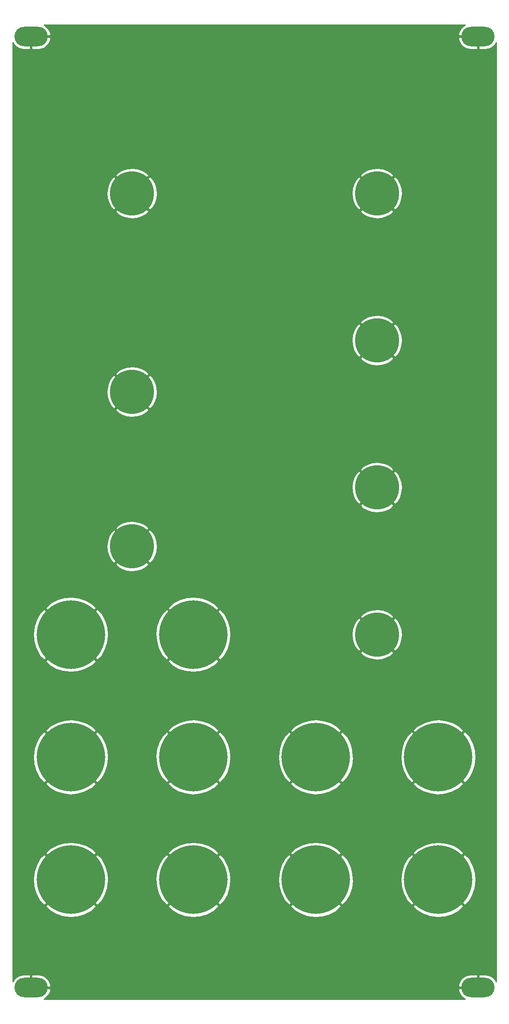
<source format=gbr>
%TF.GenerationSoftware,KiCad,Pcbnew,5.1.8-db9833491~88~ubuntu20.04.1*%
%TF.CreationDate,2020-12-01T08:28:05-05:00*%
%TF.ProjectId,mfos_vco_panel,6d666f73-5f76-4636-9f5f-70616e656c2e,rev?*%
%TF.SameCoordinates,Original*%
%TF.FileFunction,Copper,L1,Top*%
%TF.FilePolarity,Positive*%
%FSLAX46Y46*%
G04 Gerber Fmt 4.6, Leading zero omitted, Abs format (unit mm)*
G04 Created by KiCad (PCBNEW 5.1.8-db9833491~88~ubuntu20.04.1) date 2020-12-01 08:28:05*
%MOMM*%
%LPD*%
G01*
G04 APERTURE LIST*
%TA.AperFunction,ComponentPad*%
%ADD10C,14.000000*%
%TD*%
%TA.AperFunction,ComponentPad*%
%ADD11C,9.000000*%
%TD*%
%TA.AperFunction,ComponentPad*%
%ADD12O,6.800000X4.000000*%
%TD*%
%TA.AperFunction,Conductor*%
%ADD13C,0.254000*%
%TD*%
%TA.AperFunction,Conductor*%
%ADD14C,0.100000*%
%TD*%
G04 APERTURE END LIST*
D10*
%TO.P,H21,1*%
%TO.N,GND*%
X92500000Y-110000000D03*
%TD*%
D11*
%TO.P,H20,1*%
%TO.N,GND*%
X155000000Y-50000000D03*
%TD*%
D10*
%TO.P,H19,1*%
%TO.N,GND*%
X167500000Y-160000000D03*
%TD*%
D11*
%TO.P,H18,1*%
%TO.N,GND*%
X155000000Y-80000000D03*
%TD*%
D12*
%TO.P,H17,1*%
%TO.N,GND*%
X84400000Y12000000D03*
%TD*%
D10*
%TO.P,H16,1*%
%TO.N,GND*%
X117500000Y-160000000D03*
%TD*%
%TO.P,H15,1*%
%TO.N,GND*%
X167500000Y-135000000D03*
%TD*%
D11*
%TO.P,H14,1*%
%TO.N,GND*%
X105000000Y-60500000D03*
%TD*%
D12*
%TO.P,H13,1*%
%TO.N,GND*%
X175600000Y-182000000D03*
%TD*%
D10*
%TO.P,H12,1*%
%TO.N,GND*%
X92500000Y-160000000D03*
%TD*%
%TO.P,H11,1*%
%TO.N,GND*%
X142500000Y-160000000D03*
%TD*%
D11*
%TO.P,H10,1*%
%TO.N,GND*%
X155000000Y-20000000D03*
%TD*%
D12*
%TO.P,H9,1*%
%TO.N,GND*%
X84400000Y-182000000D03*
%TD*%
D10*
%TO.P,H8,1*%
%TO.N,GND*%
X142500000Y-135000000D03*
%TD*%
%TO.P,H7,1*%
%TO.N,GND*%
X92500000Y-135000000D03*
%TD*%
D11*
%TO.P,H6,1*%
%TO.N,GND*%
X155000000Y-110000000D03*
%TD*%
D12*
%TO.P,H5,1*%
%TO.N,GND*%
X175600000Y12000000D03*
%TD*%
D10*
%TO.P,H4,1*%
%TO.N,GND*%
X117500000Y-135000000D03*
%TD*%
%TO.P,H3,1*%
%TO.N,GND*%
X117500000Y-110000000D03*
%TD*%
D11*
%TO.P,H2,1*%
%TO.N,GND*%
X105000000Y-92000000D03*
%TD*%
%TO.P,H1,1*%
%TO.N,GND*%
X105000000Y-20000000D03*
%TD*%
D13*
%TO.N,GND*%
X172630475Y14120365D02*
X172246970Y13773424D01*
X171938519Y13358331D01*
X171716975Y12891038D01*
X171620333Y12537162D01*
X171727009Y12127000D01*
X175473000Y12127000D01*
X175473000Y12147000D01*
X175727000Y12147000D01*
X175727000Y12127000D01*
X175747000Y12127000D01*
X175747000Y11873000D01*
X175727000Y11873000D01*
X175727000Y9365000D01*
X177127000Y9365000D01*
X177638623Y9440407D01*
X178125704Y9614178D01*
X178569525Y9879635D01*
X178953030Y10226576D01*
X179261481Y10641669D01*
X179340000Y10807286D01*
X179340001Y-180807288D01*
X179261481Y-180641669D01*
X178953030Y-180226576D01*
X178569525Y-179879635D01*
X178125704Y-179614178D01*
X177638623Y-179440407D01*
X177127000Y-179365000D01*
X175727000Y-179365000D01*
X175727000Y-181873000D01*
X175747000Y-181873000D01*
X175747000Y-182127000D01*
X175727000Y-182127000D01*
X175727000Y-182147000D01*
X175473000Y-182147000D01*
X175473000Y-182127000D01*
X171727009Y-182127000D01*
X171620333Y-182537162D01*
X171716975Y-182891038D01*
X171938519Y-183358331D01*
X172246970Y-183773424D01*
X172630475Y-184120365D01*
X172997686Y-184340000D01*
X87002314Y-184340000D01*
X87369525Y-184120365D01*
X87753030Y-183773424D01*
X88061481Y-183358331D01*
X88283025Y-182891038D01*
X88379667Y-182537162D01*
X88272991Y-182127000D01*
X84527000Y-182127000D01*
X84527000Y-182147000D01*
X84273000Y-182147000D01*
X84273000Y-182127000D01*
X84253000Y-182127000D01*
X84253000Y-181873000D01*
X84273000Y-181873000D01*
X84273000Y-179365000D01*
X84527000Y-179365000D01*
X84527000Y-181873000D01*
X88272991Y-181873000D01*
X88379667Y-181462838D01*
X171620333Y-181462838D01*
X171727009Y-181873000D01*
X175473000Y-181873000D01*
X175473000Y-179365000D01*
X174073000Y-179365000D01*
X173561377Y-179440407D01*
X173074296Y-179614178D01*
X172630475Y-179879635D01*
X172246970Y-180226576D01*
X171938519Y-180641669D01*
X171716975Y-181108962D01*
X171620333Y-181462838D01*
X88379667Y-181462838D01*
X88283025Y-181108962D01*
X88061481Y-180641669D01*
X87753030Y-180226576D01*
X87369525Y-179879635D01*
X86925704Y-179614178D01*
X86438623Y-179440407D01*
X85927000Y-179365000D01*
X84527000Y-179365000D01*
X84273000Y-179365000D01*
X82873000Y-179365000D01*
X82361377Y-179440407D01*
X81874296Y-179614178D01*
X81430475Y-179879635D01*
X81046970Y-180226576D01*
X80738519Y-180641669D01*
X80660000Y-180807286D01*
X80660000Y-165401674D01*
X87277932Y-165401674D01*
X88093908Y-166280530D01*
X89403840Y-167019437D01*
X90832756Y-167488591D01*
X92325743Y-167669963D01*
X93825428Y-167556583D01*
X95274176Y-167152807D01*
X96616314Y-166474153D01*
X96906092Y-166280530D01*
X97722068Y-165401674D01*
X112277932Y-165401674D01*
X113093908Y-166280530D01*
X114403840Y-167019437D01*
X115832756Y-167488591D01*
X117325743Y-167669963D01*
X118825428Y-167556583D01*
X120274176Y-167152807D01*
X121616314Y-166474153D01*
X121906092Y-166280530D01*
X122722068Y-165401674D01*
X137277932Y-165401674D01*
X138093908Y-166280530D01*
X139403840Y-167019437D01*
X140832756Y-167488591D01*
X142325743Y-167669963D01*
X143825428Y-167556583D01*
X145274176Y-167152807D01*
X146616314Y-166474153D01*
X146906092Y-166280530D01*
X147722068Y-165401674D01*
X162277932Y-165401674D01*
X163093908Y-166280530D01*
X164403840Y-167019437D01*
X165832756Y-167488591D01*
X167325743Y-167669963D01*
X168825428Y-167556583D01*
X170274176Y-167152807D01*
X171616314Y-166474153D01*
X171906092Y-166280530D01*
X172722068Y-165401674D01*
X167500000Y-160179605D01*
X162277932Y-165401674D01*
X147722068Y-165401674D01*
X142500000Y-160179605D01*
X137277932Y-165401674D01*
X122722068Y-165401674D01*
X117500000Y-160179605D01*
X112277932Y-165401674D01*
X97722068Y-165401674D01*
X92500000Y-160179605D01*
X87277932Y-165401674D01*
X80660000Y-165401674D01*
X80660000Y-159825743D01*
X84830037Y-159825743D01*
X84943417Y-161325428D01*
X85347193Y-162774176D01*
X86025847Y-164116314D01*
X86219470Y-164406092D01*
X87098326Y-165222068D01*
X92320395Y-160000000D01*
X92679605Y-160000000D01*
X97901674Y-165222068D01*
X98780530Y-164406092D01*
X99519437Y-163096160D01*
X99988591Y-161667244D01*
X100169963Y-160174257D01*
X100143615Y-159825743D01*
X109830037Y-159825743D01*
X109943417Y-161325428D01*
X110347193Y-162774176D01*
X111025847Y-164116314D01*
X111219470Y-164406092D01*
X112098326Y-165222068D01*
X117320395Y-160000000D01*
X117679605Y-160000000D01*
X122901674Y-165222068D01*
X123780530Y-164406092D01*
X124519437Y-163096160D01*
X124988591Y-161667244D01*
X125169963Y-160174257D01*
X125143615Y-159825743D01*
X134830037Y-159825743D01*
X134943417Y-161325428D01*
X135347193Y-162774176D01*
X136025847Y-164116314D01*
X136219470Y-164406092D01*
X137098326Y-165222068D01*
X142320395Y-160000000D01*
X142679605Y-160000000D01*
X147901674Y-165222068D01*
X148780530Y-164406092D01*
X149519437Y-163096160D01*
X149988591Y-161667244D01*
X150169963Y-160174257D01*
X150143615Y-159825743D01*
X159830037Y-159825743D01*
X159943417Y-161325428D01*
X160347193Y-162774176D01*
X161025847Y-164116314D01*
X161219470Y-164406092D01*
X162098326Y-165222068D01*
X167320395Y-160000000D01*
X167679605Y-160000000D01*
X172901674Y-165222068D01*
X173780530Y-164406092D01*
X174519437Y-163096160D01*
X174988591Y-161667244D01*
X175169963Y-160174257D01*
X175056583Y-158674572D01*
X174652807Y-157225824D01*
X173974153Y-155883686D01*
X173780530Y-155593908D01*
X172901674Y-154777932D01*
X167679605Y-160000000D01*
X167320395Y-160000000D01*
X162098326Y-154777932D01*
X161219470Y-155593908D01*
X160480563Y-156903840D01*
X160011409Y-158332756D01*
X159830037Y-159825743D01*
X150143615Y-159825743D01*
X150056583Y-158674572D01*
X149652807Y-157225824D01*
X148974153Y-155883686D01*
X148780530Y-155593908D01*
X147901674Y-154777932D01*
X142679605Y-160000000D01*
X142320395Y-160000000D01*
X137098326Y-154777932D01*
X136219470Y-155593908D01*
X135480563Y-156903840D01*
X135011409Y-158332756D01*
X134830037Y-159825743D01*
X125143615Y-159825743D01*
X125056583Y-158674572D01*
X124652807Y-157225824D01*
X123974153Y-155883686D01*
X123780530Y-155593908D01*
X122901674Y-154777932D01*
X117679605Y-160000000D01*
X117320395Y-160000000D01*
X112098326Y-154777932D01*
X111219470Y-155593908D01*
X110480563Y-156903840D01*
X110011409Y-158332756D01*
X109830037Y-159825743D01*
X100143615Y-159825743D01*
X100056583Y-158674572D01*
X99652807Y-157225824D01*
X98974153Y-155883686D01*
X98780530Y-155593908D01*
X97901674Y-154777932D01*
X92679605Y-160000000D01*
X92320395Y-160000000D01*
X87098326Y-154777932D01*
X86219470Y-155593908D01*
X85480563Y-156903840D01*
X85011409Y-158332756D01*
X84830037Y-159825743D01*
X80660000Y-159825743D01*
X80660000Y-154598326D01*
X87277932Y-154598326D01*
X92500000Y-159820395D01*
X97722068Y-154598326D01*
X112277932Y-154598326D01*
X117500000Y-159820395D01*
X122722068Y-154598326D01*
X137277932Y-154598326D01*
X142500000Y-159820395D01*
X147722068Y-154598326D01*
X162277932Y-154598326D01*
X167500000Y-159820395D01*
X172722068Y-154598326D01*
X171906092Y-153719470D01*
X170596160Y-152980563D01*
X169167244Y-152511409D01*
X167674257Y-152330037D01*
X166174572Y-152443417D01*
X164725824Y-152847193D01*
X163383686Y-153525847D01*
X163093908Y-153719470D01*
X162277932Y-154598326D01*
X147722068Y-154598326D01*
X146906092Y-153719470D01*
X145596160Y-152980563D01*
X144167244Y-152511409D01*
X142674257Y-152330037D01*
X141174572Y-152443417D01*
X139725824Y-152847193D01*
X138383686Y-153525847D01*
X138093908Y-153719470D01*
X137277932Y-154598326D01*
X122722068Y-154598326D01*
X121906092Y-153719470D01*
X120596160Y-152980563D01*
X119167244Y-152511409D01*
X117674257Y-152330037D01*
X116174572Y-152443417D01*
X114725824Y-152847193D01*
X113383686Y-153525847D01*
X113093908Y-153719470D01*
X112277932Y-154598326D01*
X97722068Y-154598326D01*
X96906092Y-153719470D01*
X95596160Y-152980563D01*
X94167244Y-152511409D01*
X92674257Y-152330037D01*
X91174572Y-152443417D01*
X89725824Y-152847193D01*
X88383686Y-153525847D01*
X88093908Y-153719470D01*
X87277932Y-154598326D01*
X80660000Y-154598326D01*
X80660000Y-140401674D01*
X87277932Y-140401674D01*
X88093908Y-141280530D01*
X89403840Y-142019437D01*
X90832756Y-142488591D01*
X92325743Y-142669963D01*
X93825428Y-142556583D01*
X95274176Y-142152807D01*
X96616314Y-141474153D01*
X96906092Y-141280530D01*
X97722068Y-140401674D01*
X112277932Y-140401674D01*
X113093908Y-141280530D01*
X114403840Y-142019437D01*
X115832756Y-142488591D01*
X117325743Y-142669963D01*
X118825428Y-142556583D01*
X120274176Y-142152807D01*
X121616314Y-141474153D01*
X121906092Y-141280530D01*
X122722068Y-140401674D01*
X137277932Y-140401674D01*
X138093908Y-141280530D01*
X139403840Y-142019437D01*
X140832756Y-142488591D01*
X142325743Y-142669963D01*
X143825428Y-142556583D01*
X145274176Y-142152807D01*
X146616314Y-141474153D01*
X146906092Y-141280530D01*
X147722068Y-140401674D01*
X162277932Y-140401674D01*
X163093908Y-141280530D01*
X164403840Y-142019437D01*
X165832756Y-142488591D01*
X167325743Y-142669963D01*
X168825428Y-142556583D01*
X170274176Y-142152807D01*
X171616314Y-141474153D01*
X171906092Y-141280530D01*
X172722068Y-140401674D01*
X167500000Y-135179605D01*
X162277932Y-140401674D01*
X147722068Y-140401674D01*
X142500000Y-135179605D01*
X137277932Y-140401674D01*
X122722068Y-140401674D01*
X117500000Y-135179605D01*
X112277932Y-140401674D01*
X97722068Y-140401674D01*
X92500000Y-135179605D01*
X87277932Y-140401674D01*
X80660000Y-140401674D01*
X80660000Y-134825743D01*
X84830037Y-134825743D01*
X84943417Y-136325428D01*
X85347193Y-137774176D01*
X86025847Y-139116314D01*
X86219470Y-139406092D01*
X87098326Y-140222068D01*
X92320395Y-135000000D01*
X92679605Y-135000000D01*
X97901674Y-140222068D01*
X98780530Y-139406092D01*
X99519437Y-138096160D01*
X99988591Y-136667244D01*
X100169963Y-135174257D01*
X100143615Y-134825743D01*
X109830037Y-134825743D01*
X109943417Y-136325428D01*
X110347193Y-137774176D01*
X111025847Y-139116314D01*
X111219470Y-139406092D01*
X112098326Y-140222068D01*
X117320395Y-135000000D01*
X117679605Y-135000000D01*
X122901674Y-140222068D01*
X123780530Y-139406092D01*
X124519437Y-138096160D01*
X124988591Y-136667244D01*
X125169963Y-135174257D01*
X125143615Y-134825743D01*
X134830037Y-134825743D01*
X134943417Y-136325428D01*
X135347193Y-137774176D01*
X136025847Y-139116314D01*
X136219470Y-139406092D01*
X137098326Y-140222068D01*
X142320395Y-135000000D01*
X142679605Y-135000000D01*
X147901674Y-140222068D01*
X148780530Y-139406092D01*
X149519437Y-138096160D01*
X149988591Y-136667244D01*
X150169963Y-135174257D01*
X150143615Y-134825743D01*
X159830037Y-134825743D01*
X159943417Y-136325428D01*
X160347193Y-137774176D01*
X161025847Y-139116314D01*
X161219470Y-139406092D01*
X162098326Y-140222068D01*
X167320395Y-135000000D01*
X167679605Y-135000000D01*
X172901674Y-140222068D01*
X173780530Y-139406092D01*
X174519437Y-138096160D01*
X174988591Y-136667244D01*
X175169963Y-135174257D01*
X175056583Y-133674572D01*
X174652807Y-132225824D01*
X173974153Y-130883686D01*
X173780530Y-130593908D01*
X172901674Y-129777932D01*
X167679605Y-135000000D01*
X167320395Y-135000000D01*
X162098326Y-129777932D01*
X161219470Y-130593908D01*
X160480563Y-131903840D01*
X160011409Y-133332756D01*
X159830037Y-134825743D01*
X150143615Y-134825743D01*
X150056583Y-133674572D01*
X149652807Y-132225824D01*
X148974153Y-130883686D01*
X148780530Y-130593908D01*
X147901674Y-129777932D01*
X142679605Y-135000000D01*
X142320395Y-135000000D01*
X137098326Y-129777932D01*
X136219470Y-130593908D01*
X135480563Y-131903840D01*
X135011409Y-133332756D01*
X134830037Y-134825743D01*
X125143615Y-134825743D01*
X125056583Y-133674572D01*
X124652807Y-132225824D01*
X123974153Y-130883686D01*
X123780530Y-130593908D01*
X122901674Y-129777932D01*
X117679605Y-135000000D01*
X117320395Y-135000000D01*
X112098326Y-129777932D01*
X111219470Y-130593908D01*
X110480563Y-131903840D01*
X110011409Y-133332756D01*
X109830037Y-134825743D01*
X100143615Y-134825743D01*
X100056583Y-133674572D01*
X99652807Y-132225824D01*
X98974153Y-130883686D01*
X98780530Y-130593908D01*
X97901674Y-129777932D01*
X92679605Y-135000000D01*
X92320395Y-135000000D01*
X87098326Y-129777932D01*
X86219470Y-130593908D01*
X85480563Y-131903840D01*
X85011409Y-133332756D01*
X84830037Y-134825743D01*
X80660000Y-134825743D01*
X80660000Y-129598326D01*
X87277932Y-129598326D01*
X92500000Y-134820395D01*
X97722068Y-129598326D01*
X112277932Y-129598326D01*
X117500000Y-134820395D01*
X122722068Y-129598326D01*
X137277932Y-129598326D01*
X142500000Y-134820395D01*
X147722068Y-129598326D01*
X162277932Y-129598326D01*
X167500000Y-134820395D01*
X172722068Y-129598326D01*
X171906092Y-128719470D01*
X170596160Y-127980563D01*
X169167244Y-127511409D01*
X167674257Y-127330037D01*
X166174572Y-127443417D01*
X164725824Y-127847193D01*
X163383686Y-128525847D01*
X163093908Y-128719470D01*
X162277932Y-129598326D01*
X147722068Y-129598326D01*
X146906092Y-128719470D01*
X145596160Y-127980563D01*
X144167244Y-127511409D01*
X142674257Y-127330037D01*
X141174572Y-127443417D01*
X139725824Y-127847193D01*
X138383686Y-128525847D01*
X138093908Y-128719470D01*
X137277932Y-129598326D01*
X122722068Y-129598326D01*
X121906092Y-128719470D01*
X120596160Y-127980563D01*
X119167244Y-127511409D01*
X117674257Y-127330037D01*
X116174572Y-127443417D01*
X114725824Y-127847193D01*
X113383686Y-128525847D01*
X113093908Y-128719470D01*
X112277932Y-129598326D01*
X97722068Y-129598326D01*
X96906092Y-128719470D01*
X95596160Y-127980563D01*
X94167244Y-127511409D01*
X92674257Y-127330037D01*
X91174572Y-127443417D01*
X89725824Y-127847193D01*
X88383686Y-128525847D01*
X88093908Y-128719470D01*
X87277932Y-129598326D01*
X80660000Y-129598326D01*
X80660000Y-115401674D01*
X87277932Y-115401674D01*
X88093908Y-116280530D01*
X89403840Y-117019437D01*
X90832756Y-117488591D01*
X92325743Y-117669963D01*
X93825428Y-117556583D01*
X95274176Y-117152807D01*
X96616314Y-116474153D01*
X96906092Y-116280530D01*
X97722068Y-115401674D01*
X112277932Y-115401674D01*
X113093908Y-116280530D01*
X114403840Y-117019437D01*
X115832756Y-117488591D01*
X117325743Y-117669963D01*
X118825428Y-117556583D01*
X120274176Y-117152807D01*
X121616314Y-116474153D01*
X121906092Y-116280530D01*
X122722068Y-115401674D01*
X117500000Y-110179605D01*
X112277932Y-115401674D01*
X97722068Y-115401674D01*
X92500000Y-110179605D01*
X87277932Y-115401674D01*
X80660000Y-115401674D01*
X80660000Y-109825743D01*
X84830037Y-109825743D01*
X84943417Y-111325428D01*
X85347193Y-112774176D01*
X86025847Y-114116314D01*
X86219470Y-114406092D01*
X87098326Y-115222068D01*
X92320395Y-110000000D01*
X92679605Y-110000000D01*
X97901674Y-115222068D01*
X98780530Y-114406092D01*
X99519437Y-113096160D01*
X99988591Y-111667244D01*
X100169963Y-110174257D01*
X100143615Y-109825743D01*
X109830037Y-109825743D01*
X109943417Y-111325428D01*
X110347193Y-112774176D01*
X111025847Y-114116314D01*
X111219470Y-114406092D01*
X112098326Y-115222068D01*
X117320395Y-110000000D01*
X117679605Y-110000000D01*
X122901674Y-115222068D01*
X123780530Y-114406092D01*
X124221145Y-113624971D01*
X151554634Y-113624971D01*
X152070783Y-114247788D01*
X152955768Y-114737630D01*
X153919314Y-115045407D01*
X154924389Y-115159293D01*
X155932370Y-115074910D01*
X156904520Y-114795501D01*
X157803481Y-114331803D01*
X157929217Y-114247788D01*
X158445366Y-113624971D01*
X155000000Y-110179605D01*
X151554634Y-113624971D01*
X124221145Y-113624971D01*
X124519437Y-113096160D01*
X124988591Y-111667244D01*
X125169963Y-110174257D01*
X125151073Y-109924389D01*
X149840707Y-109924389D01*
X149925090Y-110932370D01*
X150204499Y-111904520D01*
X150668197Y-112803481D01*
X150752212Y-112929217D01*
X151375029Y-113445366D01*
X154820395Y-110000000D01*
X155179605Y-110000000D01*
X158624971Y-113445366D01*
X159247788Y-112929217D01*
X159737630Y-112044232D01*
X160045407Y-111080686D01*
X160159293Y-110075611D01*
X160074910Y-109067630D01*
X159795501Y-108095480D01*
X159331803Y-107196519D01*
X159247788Y-107070783D01*
X158624971Y-106554634D01*
X155179605Y-110000000D01*
X154820395Y-110000000D01*
X151375029Y-106554634D01*
X150752212Y-107070783D01*
X150262370Y-107955768D01*
X149954593Y-108919314D01*
X149840707Y-109924389D01*
X125151073Y-109924389D01*
X125056583Y-108674572D01*
X124652807Y-107225824D01*
X124222602Y-106375029D01*
X151554634Y-106375029D01*
X155000000Y-109820395D01*
X158445366Y-106375029D01*
X157929217Y-105752212D01*
X157044232Y-105262370D01*
X156080686Y-104954593D01*
X155075611Y-104840707D01*
X154067630Y-104925090D01*
X153095480Y-105204499D01*
X152196519Y-105668197D01*
X152070783Y-105752212D01*
X151554634Y-106375029D01*
X124222602Y-106375029D01*
X123974153Y-105883686D01*
X123780530Y-105593908D01*
X122901674Y-104777932D01*
X117679605Y-110000000D01*
X117320395Y-110000000D01*
X112098326Y-104777932D01*
X111219470Y-105593908D01*
X110480563Y-106903840D01*
X110011409Y-108332756D01*
X109830037Y-109825743D01*
X100143615Y-109825743D01*
X100056583Y-108674572D01*
X99652807Y-107225824D01*
X98974153Y-105883686D01*
X98780530Y-105593908D01*
X97901674Y-104777932D01*
X92679605Y-110000000D01*
X92320395Y-110000000D01*
X87098326Y-104777932D01*
X86219470Y-105593908D01*
X85480563Y-106903840D01*
X85011409Y-108332756D01*
X84830037Y-109825743D01*
X80660000Y-109825743D01*
X80660000Y-104598326D01*
X87277932Y-104598326D01*
X92500000Y-109820395D01*
X97722068Y-104598326D01*
X112277932Y-104598326D01*
X117500000Y-109820395D01*
X122722068Y-104598326D01*
X121906092Y-103719470D01*
X120596160Y-102980563D01*
X119167244Y-102511409D01*
X117674257Y-102330037D01*
X116174572Y-102443417D01*
X114725824Y-102847193D01*
X113383686Y-103525847D01*
X113093908Y-103719470D01*
X112277932Y-104598326D01*
X97722068Y-104598326D01*
X96906092Y-103719470D01*
X95596160Y-102980563D01*
X94167244Y-102511409D01*
X92674257Y-102330037D01*
X91174572Y-102443417D01*
X89725824Y-102847193D01*
X88383686Y-103525847D01*
X88093908Y-103719470D01*
X87277932Y-104598326D01*
X80660000Y-104598326D01*
X80660000Y-95624971D01*
X101554634Y-95624971D01*
X102070783Y-96247788D01*
X102955768Y-96737630D01*
X103919314Y-97045407D01*
X104924389Y-97159293D01*
X105932370Y-97074910D01*
X106904520Y-96795501D01*
X107803481Y-96331803D01*
X107929217Y-96247788D01*
X108445366Y-95624971D01*
X105000000Y-92179605D01*
X101554634Y-95624971D01*
X80660000Y-95624971D01*
X80660000Y-91924389D01*
X99840707Y-91924389D01*
X99925090Y-92932370D01*
X100204499Y-93904520D01*
X100668197Y-94803481D01*
X100752212Y-94929217D01*
X101375029Y-95445366D01*
X104820395Y-92000000D01*
X105179605Y-92000000D01*
X108624971Y-95445366D01*
X109247788Y-94929217D01*
X109737630Y-94044232D01*
X110045407Y-93080686D01*
X110159293Y-92075611D01*
X110074910Y-91067630D01*
X109795501Y-90095480D01*
X109331803Y-89196519D01*
X109247788Y-89070783D01*
X108624971Y-88554634D01*
X105179605Y-92000000D01*
X104820395Y-92000000D01*
X101375029Y-88554634D01*
X100752212Y-89070783D01*
X100262370Y-89955768D01*
X99954593Y-90919314D01*
X99840707Y-91924389D01*
X80660000Y-91924389D01*
X80660000Y-88375029D01*
X101554634Y-88375029D01*
X105000000Y-91820395D01*
X108445366Y-88375029D01*
X107929217Y-87752212D01*
X107044232Y-87262370D01*
X106080686Y-86954593D01*
X105075611Y-86840707D01*
X104067630Y-86925090D01*
X103095480Y-87204499D01*
X102196519Y-87668197D01*
X102070783Y-87752212D01*
X101554634Y-88375029D01*
X80660000Y-88375029D01*
X80660000Y-83624971D01*
X151554634Y-83624971D01*
X152070783Y-84247788D01*
X152955768Y-84737630D01*
X153919314Y-85045407D01*
X154924389Y-85159293D01*
X155932370Y-85074910D01*
X156904520Y-84795501D01*
X157803481Y-84331803D01*
X157929217Y-84247788D01*
X158445366Y-83624971D01*
X155000000Y-80179605D01*
X151554634Y-83624971D01*
X80660000Y-83624971D01*
X80660000Y-79924389D01*
X149840707Y-79924389D01*
X149925090Y-80932370D01*
X150204499Y-81904520D01*
X150668197Y-82803481D01*
X150752212Y-82929217D01*
X151375029Y-83445366D01*
X154820395Y-80000000D01*
X155179605Y-80000000D01*
X158624971Y-83445366D01*
X159247788Y-82929217D01*
X159737630Y-82044232D01*
X160045407Y-81080686D01*
X160159293Y-80075611D01*
X160074910Y-79067630D01*
X159795501Y-78095480D01*
X159331803Y-77196519D01*
X159247788Y-77070783D01*
X158624971Y-76554634D01*
X155179605Y-80000000D01*
X154820395Y-80000000D01*
X151375029Y-76554634D01*
X150752212Y-77070783D01*
X150262370Y-77955768D01*
X149954593Y-78919314D01*
X149840707Y-79924389D01*
X80660000Y-79924389D01*
X80660000Y-76375029D01*
X151554634Y-76375029D01*
X155000000Y-79820395D01*
X158445366Y-76375029D01*
X157929217Y-75752212D01*
X157044232Y-75262370D01*
X156080686Y-74954593D01*
X155075611Y-74840707D01*
X154067630Y-74925090D01*
X153095480Y-75204499D01*
X152196519Y-75668197D01*
X152070783Y-75752212D01*
X151554634Y-76375029D01*
X80660000Y-76375029D01*
X80660000Y-64124971D01*
X101554634Y-64124971D01*
X102070783Y-64747788D01*
X102955768Y-65237630D01*
X103919314Y-65545407D01*
X104924389Y-65659293D01*
X105932370Y-65574910D01*
X106904520Y-65295501D01*
X107803481Y-64831803D01*
X107929217Y-64747788D01*
X108445366Y-64124971D01*
X105000000Y-60679605D01*
X101554634Y-64124971D01*
X80660000Y-64124971D01*
X80660000Y-60424389D01*
X99840707Y-60424389D01*
X99925090Y-61432370D01*
X100204499Y-62404520D01*
X100668197Y-63303481D01*
X100752212Y-63429217D01*
X101375029Y-63945366D01*
X104820395Y-60500000D01*
X105179605Y-60500000D01*
X108624971Y-63945366D01*
X109247788Y-63429217D01*
X109737630Y-62544232D01*
X110045407Y-61580686D01*
X110159293Y-60575611D01*
X110074910Y-59567630D01*
X109795501Y-58595480D01*
X109331803Y-57696519D01*
X109247788Y-57570783D01*
X108624971Y-57054634D01*
X105179605Y-60500000D01*
X104820395Y-60500000D01*
X101375029Y-57054634D01*
X100752212Y-57570783D01*
X100262370Y-58455768D01*
X99954593Y-59419314D01*
X99840707Y-60424389D01*
X80660000Y-60424389D01*
X80660000Y-56875029D01*
X101554634Y-56875029D01*
X105000000Y-60320395D01*
X108445366Y-56875029D01*
X107929217Y-56252212D01*
X107044232Y-55762370D01*
X106080686Y-55454593D01*
X105075611Y-55340707D01*
X104067630Y-55425090D01*
X103095480Y-55704499D01*
X102196519Y-56168197D01*
X102070783Y-56252212D01*
X101554634Y-56875029D01*
X80660000Y-56875029D01*
X80660000Y-53624971D01*
X151554634Y-53624971D01*
X152070783Y-54247788D01*
X152955768Y-54737630D01*
X153919314Y-55045407D01*
X154924389Y-55159293D01*
X155932370Y-55074910D01*
X156904520Y-54795501D01*
X157803481Y-54331803D01*
X157929217Y-54247788D01*
X158445366Y-53624971D01*
X155000000Y-50179605D01*
X151554634Y-53624971D01*
X80660000Y-53624971D01*
X80660000Y-49924389D01*
X149840707Y-49924389D01*
X149925090Y-50932370D01*
X150204499Y-51904520D01*
X150668197Y-52803481D01*
X150752212Y-52929217D01*
X151375029Y-53445366D01*
X154820395Y-50000000D01*
X155179605Y-50000000D01*
X158624971Y-53445366D01*
X159247788Y-52929217D01*
X159737630Y-52044232D01*
X160045407Y-51080686D01*
X160159293Y-50075611D01*
X160074910Y-49067630D01*
X159795501Y-48095480D01*
X159331803Y-47196519D01*
X159247788Y-47070783D01*
X158624971Y-46554634D01*
X155179605Y-50000000D01*
X154820395Y-50000000D01*
X151375029Y-46554634D01*
X150752212Y-47070783D01*
X150262370Y-47955768D01*
X149954593Y-48919314D01*
X149840707Y-49924389D01*
X80660000Y-49924389D01*
X80660000Y-46375029D01*
X151554634Y-46375029D01*
X155000000Y-49820395D01*
X158445366Y-46375029D01*
X157929217Y-45752212D01*
X157044232Y-45262370D01*
X156080686Y-44954593D01*
X155075611Y-44840707D01*
X154067630Y-44925090D01*
X153095480Y-45204499D01*
X152196519Y-45668197D01*
X152070783Y-45752212D01*
X151554634Y-46375029D01*
X80660000Y-46375029D01*
X80660000Y-23624971D01*
X101554634Y-23624971D01*
X102070783Y-24247788D01*
X102955768Y-24737630D01*
X103919314Y-25045407D01*
X104924389Y-25159293D01*
X105932370Y-25074910D01*
X106904520Y-24795501D01*
X107803481Y-24331803D01*
X107929217Y-24247788D01*
X108445366Y-23624971D01*
X151554634Y-23624971D01*
X152070783Y-24247788D01*
X152955768Y-24737630D01*
X153919314Y-25045407D01*
X154924389Y-25159293D01*
X155932370Y-25074910D01*
X156904520Y-24795501D01*
X157803481Y-24331803D01*
X157929217Y-24247788D01*
X158445366Y-23624971D01*
X155000000Y-20179605D01*
X151554634Y-23624971D01*
X108445366Y-23624971D01*
X105000000Y-20179605D01*
X101554634Y-23624971D01*
X80660000Y-23624971D01*
X80660000Y-19924389D01*
X99840707Y-19924389D01*
X99925090Y-20932370D01*
X100204499Y-21904520D01*
X100668197Y-22803481D01*
X100752212Y-22929217D01*
X101375029Y-23445366D01*
X104820395Y-20000000D01*
X105179605Y-20000000D01*
X108624971Y-23445366D01*
X109247788Y-22929217D01*
X109737630Y-22044232D01*
X110045407Y-21080686D01*
X110159293Y-20075611D01*
X110146634Y-19924389D01*
X149840707Y-19924389D01*
X149925090Y-20932370D01*
X150204499Y-21904520D01*
X150668197Y-22803481D01*
X150752212Y-22929217D01*
X151375029Y-23445366D01*
X154820395Y-20000000D01*
X155179605Y-20000000D01*
X158624971Y-23445366D01*
X159247788Y-22929217D01*
X159737630Y-22044232D01*
X160045407Y-21080686D01*
X160159293Y-20075611D01*
X160074910Y-19067630D01*
X159795501Y-18095480D01*
X159331803Y-17196519D01*
X159247788Y-17070783D01*
X158624971Y-16554634D01*
X155179605Y-20000000D01*
X154820395Y-20000000D01*
X151375029Y-16554634D01*
X150752212Y-17070783D01*
X150262370Y-17955768D01*
X149954593Y-18919314D01*
X149840707Y-19924389D01*
X110146634Y-19924389D01*
X110074910Y-19067630D01*
X109795501Y-18095480D01*
X109331803Y-17196519D01*
X109247788Y-17070783D01*
X108624971Y-16554634D01*
X105179605Y-20000000D01*
X104820395Y-20000000D01*
X101375029Y-16554634D01*
X100752212Y-17070783D01*
X100262370Y-17955768D01*
X99954593Y-18919314D01*
X99840707Y-19924389D01*
X80660000Y-19924389D01*
X80660000Y-16375029D01*
X101554634Y-16375029D01*
X105000000Y-19820395D01*
X108445366Y-16375029D01*
X151554634Y-16375029D01*
X155000000Y-19820395D01*
X158445366Y-16375029D01*
X157929217Y-15752212D01*
X157044232Y-15262370D01*
X156080686Y-14954593D01*
X155075611Y-14840707D01*
X154067630Y-14925090D01*
X153095480Y-15204499D01*
X152196519Y-15668197D01*
X152070783Y-15752212D01*
X151554634Y-16375029D01*
X108445366Y-16375029D01*
X107929217Y-15752212D01*
X107044232Y-15262370D01*
X106080686Y-14954593D01*
X105075611Y-14840707D01*
X104067630Y-14925090D01*
X103095480Y-15204499D01*
X102196519Y-15668197D01*
X102070783Y-15752212D01*
X101554634Y-16375029D01*
X80660000Y-16375029D01*
X80660000Y10807286D01*
X80738519Y10641669D01*
X81046970Y10226576D01*
X81430475Y9879635D01*
X81874296Y9614178D01*
X82361377Y9440407D01*
X82873000Y9365000D01*
X84273000Y9365000D01*
X84273000Y11873000D01*
X84527000Y11873000D01*
X84527000Y9365000D01*
X85927000Y9365000D01*
X86438623Y9440407D01*
X86925704Y9614178D01*
X87369525Y9879635D01*
X87753030Y10226576D01*
X88061481Y10641669D01*
X88283025Y11108962D01*
X88379667Y11462838D01*
X171620333Y11462838D01*
X171716975Y11108962D01*
X171938519Y10641669D01*
X172246970Y10226576D01*
X172630475Y9879635D01*
X173074296Y9614178D01*
X173561377Y9440407D01*
X174073000Y9365000D01*
X175473000Y9365000D01*
X175473000Y11873000D01*
X171727009Y11873000D01*
X171620333Y11462838D01*
X88379667Y11462838D01*
X88272991Y11873000D01*
X84527000Y11873000D01*
X84273000Y11873000D01*
X84253000Y11873000D01*
X84253000Y12127000D01*
X84273000Y12127000D01*
X84273000Y12147000D01*
X84527000Y12147000D01*
X84527000Y12127000D01*
X88272991Y12127000D01*
X88379667Y12537162D01*
X88283025Y12891038D01*
X88061481Y13358331D01*
X87753030Y13773424D01*
X87369525Y14120365D01*
X87002314Y14340000D01*
X172997686Y14340000D01*
X172630475Y14120365D01*
%TA.AperFunction,Conductor*%
D14*
G36*
X172630475Y14120365D02*
G01*
X172246970Y13773424D01*
X171938519Y13358331D01*
X171716975Y12891038D01*
X171620333Y12537162D01*
X171727009Y12127000D01*
X175473000Y12127000D01*
X175473000Y12147000D01*
X175727000Y12147000D01*
X175727000Y12127000D01*
X175747000Y12127000D01*
X175747000Y11873000D01*
X175727000Y11873000D01*
X175727000Y9365000D01*
X177127000Y9365000D01*
X177638623Y9440407D01*
X178125704Y9614178D01*
X178569525Y9879635D01*
X178953030Y10226576D01*
X179261481Y10641669D01*
X179340000Y10807286D01*
X179340001Y-180807288D01*
X179261481Y-180641669D01*
X178953030Y-180226576D01*
X178569525Y-179879635D01*
X178125704Y-179614178D01*
X177638623Y-179440407D01*
X177127000Y-179365000D01*
X175727000Y-179365000D01*
X175727000Y-181873000D01*
X175747000Y-181873000D01*
X175747000Y-182127000D01*
X175727000Y-182127000D01*
X175727000Y-182147000D01*
X175473000Y-182147000D01*
X175473000Y-182127000D01*
X171727009Y-182127000D01*
X171620333Y-182537162D01*
X171716975Y-182891038D01*
X171938519Y-183358331D01*
X172246970Y-183773424D01*
X172630475Y-184120365D01*
X172997686Y-184340000D01*
X87002314Y-184340000D01*
X87369525Y-184120365D01*
X87753030Y-183773424D01*
X88061481Y-183358331D01*
X88283025Y-182891038D01*
X88379667Y-182537162D01*
X88272991Y-182127000D01*
X84527000Y-182127000D01*
X84527000Y-182147000D01*
X84273000Y-182147000D01*
X84273000Y-182127000D01*
X84253000Y-182127000D01*
X84253000Y-181873000D01*
X84273000Y-181873000D01*
X84273000Y-179365000D01*
X84527000Y-179365000D01*
X84527000Y-181873000D01*
X88272991Y-181873000D01*
X88379667Y-181462838D01*
X171620333Y-181462838D01*
X171727009Y-181873000D01*
X175473000Y-181873000D01*
X175473000Y-179365000D01*
X174073000Y-179365000D01*
X173561377Y-179440407D01*
X173074296Y-179614178D01*
X172630475Y-179879635D01*
X172246970Y-180226576D01*
X171938519Y-180641669D01*
X171716975Y-181108962D01*
X171620333Y-181462838D01*
X88379667Y-181462838D01*
X88283025Y-181108962D01*
X88061481Y-180641669D01*
X87753030Y-180226576D01*
X87369525Y-179879635D01*
X86925704Y-179614178D01*
X86438623Y-179440407D01*
X85927000Y-179365000D01*
X84527000Y-179365000D01*
X84273000Y-179365000D01*
X82873000Y-179365000D01*
X82361377Y-179440407D01*
X81874296Y-179614178D01*
X81430475Y-179879635D01*
X81046970Y-180226576D01*
X80738519Y-180641669D01*
X80660000Y-180807286D01*
X80660000Y-165401674D01*
X87277932Y-165401674D01*
X88093908Y-166280530D01*
X89403840Y-167019437D01*
X90832756Y-167488591D01*
X92325743Y-167669963D01*
X93825428Y-167556583D01*
X95274176Y-167152807D01*
X96616314Y-166474153D01*
X96906092Y-166280530D01*
X97722068Y-165401674D01*
X112277932Y-165401674D01*
X113093908Y-166280530D01*
X114403840Y-167019437D01*
X115832756Y-167488591D01*
X117325743Y-167669963D01*
X118825428Y-167556583D01*
X120274176Y-167152807D01*
X121616314Y-166474153D01*
X121906092Y-166280530D01*
X122722068Y-165401674D01*
X137277932Y-165401674D01*
X138093908Y-166280530D01*
X139403840Y-167019437D01*
X140832756Y-167488591D01*
X142325743Y-167669963D01*
X143825428Y-167556583D01*
X145274176Y-167152807D01*
X146616314Y-166474153D01*
X146906092Y-166280530D01*
X147722068Y-165401674D01*
X162277932Y-165401674D01*
X163093908Y-166280530D01*
X164403840Y-167019437D01*
X165832756Y-167488591D01*
X167325743Y-167669963D01*
X168825428Y-167556583D01*
X170274176Y-167152807D01*
X171616314Y-166474153D01*
X171906092Y-166280530D01*
X172722068Y-165401674D01*
X167500000Y-160179605D01*
X162277932Y-165401674D01*
X147722068Y-165401674D01*
X142500000Y-160179605D01*
X137277932Y-165401674D01*
X122722068Y-165401674D01*
X117500000Y-160179605D01*
X112277932Y-165401674D01*
X97722068Y-165401674D01*
X92500000Y-160179605D01*
X87277932Y-165401674D01*
X80660000Y-165401674D01*
X80660000Y-159825743D01*
X84830037Y-159825743D01*
X84943417Y-161325428D01*
X85347193Y-162774176D01*
X86025847Y-164116314D01*
X86219470Y-164406092D01*
X87098326Y-165222068D01*
X92320395Y-160000000D01*
X92679605Y-160000000D01*
X97901674Y-165222068D01*
X98780530Y-164406092D01*
X99519437Y-163096160D01*
X99988591Y-161667244D01*
X100169963Y-160174257D01*
X100143615Y-159825743D01*
X109830037Y-159825743D01*
X109943417Y-161325428D01*
X110347193Y-162774176D01*
X111025847Y-164116314D01*
X111219470Y-164406092D01*
X112098326Y-165222068D01*
X117320395Y-160000000D01*
X117679605Y-160000000D01*
X122901674Y-165222068D01*
X123780530Y-164406092D01*
X124519437Y-163096160D01*
X124988591Y-161667244D01*
X125169963Y-160174257D01*
X125143615Y-159825743D01*
X134830037Y-159825743D01*
X134943417Y-161325428D01*
X135347193Y-162774176D01*
X136025847Y-164116314D01*
X136219470Y-164406092D01*
X137098326Y-165222068D01*
X142320395Y-160000000D01*
X142679605Y-160000000D01*
X147901674Y-165222068D01*
X148780530Y-164406092D01*
X149519437Y-163096160D01*
X149988591Y-161667244D01*
X150169963Y-160174257D01*
X150143615Y-159825743D01*
X159830037Y-159825743D01*
X159943417Y-161325428D01*
X160347193Y-162774176D01*
X161025847Y-164116314D01*
X161219470Y-164406092D01*
X162098326Y-165222068D01*
X167320395Y-160000000D01*
X167679605Y-160000000D01*
X172901674Y-165222068D01*
X173780530Y-164406092D01*
X174519437Y-163096160D01*
X174988591Y-161667244D01*
X175169963Y-160174257D01*
X175056583Y-158674572D01*
X174652807Y-157225824D01*
X173974153Y-155883686D01*
X173780530Y-155593908D01*
X172901674Y-154777932D01*
X167679605Y-160000000D01*
X167320395Y-160000000D01*
X162098326Y-154777932D01*
X161219470Y-155593908D01*
X160480563Y-156903840D01*
X160011409Y-158332756D01*
X159830037Y-159825743D01*
X150143615Y-159825743D01*
X150056583Y-158674572D01*
X149652807Y-157225824D01*
X148974153Y-155883686D01*
X148780530Y-155593908D01*
X147901674Y-154777932D01*
X142679605Y-160000000D01*
X142320395Y-160000000D01*
X137098326Y-154777932D01*
X136219470Y-155593908D01*
X135480563Y-156903840D01*
X135011409Y-158332756D01*
X134830037Y-159825743D01*
X125143615Y-159825743D01*
X125056583Y-158674572D01*
X124652807Y-157225824D01*
X123974153Y-155883686D01*
X123780530Y-155593908D01*
X122901674Y-154777932D01*
X117679605Y-160000000D01*
X117320395Y-160000000D01*
X112098326Y-154777932D01*
X111219470Y-155593908D01*
X110480563Y-156903840D01*
X110011409Y-158332756D01*
X109830037Y-159825743D01*
X100143615Y-159825743D01*
X100056583Y-158674572D01*
X99652807Y-157225824D01*
X98974153Y-155883686D01*
X98780530Y-155593908D01*
X97901674Y-154777932D01*
X92679605Y-160000000D01*
X92320395Y-160000000D01*
X87098326Y-154777932D01*
X86219470Y-155593908D01*
X85480563Y-156903840D01*
X85011409Y-158332756D01*
X84830037Y-159825743D01*
X80660000Y-159825743D01*
X80660000Y-154598326D01*
X87277932Y-154598326D01*
X92500000Y-159820395D01*
X97722068Y-154598326D01*
X112277932Y-154598326D01*
X117500000Y-159820395D01*
X122722068Y-154598326D01*
X137277932Y-154598326D01*
X142500000Y-159820395D01*
X147722068Y-154598326D01*
X162277932Y-154598326D01*
X167500000Y-159820395D01*
X172722068Y-154598326D01*
X171906092Y-153719470D01*
X170596160Y-152980563D01*
X169167244Y-152511409D01*
X167674257Y-152330037D01*
X166174572Y-152443417D01*
X164725824Y-152847193D01*
X163383686Y-153525847D01*
X163093908Y-153719470D01*
X162277932Y-154598326D01*
X147722068Y-154598326D01*
X146906092Y-153719470D01*
X145596160Y-152980563D01*
X144167244Y-152511409D01*
X142674257Y-152330037D01*
X141174572Y-152443417D01*
X139725824Y-152847193D01*
X138383686Y-153525847D01*
X138093908Y-153719470D01*
X137277932Y-154598326D01*
X122722068Y-154598326D01*
X121906092Y-153719470D01*
X120596160Y-152980563D01*
X119167244Y-152511409D01*
X117674257Y-152330037D01*
X116174572Y-152443417D01*
X114725824Y-152847193D01*
X113383686Y-153525847D01*
X113093908Y-153719470D01*
X112277932Y-154598326D01*
X97722068Y-154598326D01*
X96906092Y-153719470D01*
X95596160Y-152980563D01*
X94167244Y-152511409D01*
X92674257Y-152330037D01*
X91174572Y-152443417D01*
X89725824Y-152847193D01*
X88383686Y-153525847D01*
X88093908Y-153719470D01*
X87277932Y-154598326D01*
X80660000Y-154598326D01*
X80660000Y-140401674D01*
X87277932Y-140401674D01*
X88093908Y-141280530D01*
X89403840Y-142019437D01*
X90832756Y-142488591D01*
X92325743Y-142669963D01*
X93825428Y-142556583D01*
X95274176Y-142152807D01*
X96616314Y-141474153D01*
X96906092Y-141280530D01*
X97722068Y-140401674D01*
X112277932Y-140401674D01*
X113093908Y-141280530D01*
X114403840Y-142019437D01*
X115832756Y-142488591D01*
X117325743Y-142669963D01*
X118825428Y-142556583D01*
X120274176Y-142152807D01*
X121616314Y-141474153D01*
X121906092Y-141280530D01*
X122722068Y-140401674D01*
X137277932Y-140401674D01*
X138093908Y-141280530D01*
X139403840Y-142019437D01*
X140832756Y-142488591D01*
X142325743Y-142669963D01*
X143825428Y-142556583D01*
X145274176Y-142152807D01*
X146616314Y-141474153D01*
X146906092Y-141280530D01*
X147722068Y-140401674D01*
X162277932Y-140401674D01*
X163093908Y-141280530D01*
X164403840Y-142019437D01*
X165832756Y-142488591D01*
X167325743Y-142669963D01*
X168825428Y-142556583D01*
X170274176Y-142152807D01*
X171616314Y-141474153D01*
X171906092Y-141280530D01*
X172722068Y-140401674D01*
X167500000Y-135179605D01*
X162277932Y-140401674D01*
X147722068Y-140401674D01*
X142500000Y-135179605D01*
X137277932Y-140401674D01*
X122722068Y-140401674D01*
X117500000Y-135179605D01*
X112277932Y-140401674D01*
X97722068Y-140401674D01*
X92500000Y-135179605D01*
X87277932Y-140401674D01*
X80660000Y-140401674D01*
X80660000Y-134825743D01*
X84830037Y-134825743D01*
X84943417Y-136325428D01*
X85347193Y-137774176D01*
X86025847Y-139116314D01*
X86219470Y-139406092D01*
X87098326Y-140222068D01*
X92320395Y-135000000D01*
X92679605Y-135000000D01*
X97901674Y-140222068D01*
X98780530Y-139406092D01*
X99519437Y-138096160D01*
X99988591Y-136667244D01*
X100169963Y-135174257D01*
X100143615Y-134825743D01*
X109830037Y-134825743D01*
X109943417Y-136325428D01*
X110347193Y-137774176D01*
X111025847Y-139116314D01*
X111219470Y-139406092D01*
X112098326Y-140222068D01*
X117320395Y-135000000D01*
X117679605Y-135000000D01*
X122901674Y-140222068D01*
X123780530Y-139406092D01*
X124519437Y-138096160D01*
X124988591Y-136667244D01*
X125169963Y-135174257D01*
X125143615Y-134825743D01*
X134830037Y-134825743D01*
X134943417Y-136325428D01*
X135347193Y-137774176D01*
X136025847Y-139116314D01*
X136219470Y-139406092D01*
X137098326Y-140222068D01*
X142320395Y-135000000D01*
X142679605Y-135000000D01*
X147901674Y-140222068D01*
X148780530Y-139406092D01*
X149519437Y-138096160D01*
X149988591Y-136667244D01*
X150169963Y-135174257D01*
X150143615Y-134825743D01*
X159830037Y-134825743D01*
X159943417Y-136325428D01*
X160347193Y-137774176D01*
X161025847Y-139116314D01*
X161219470Y-139406092D01*
X162098326Y-140222068D01*
X167320395Y-135000000D01*
X167679605Y-135000000D01*
X172901674Y-140222068D01*
X173780530Y-139406092D01*
X174519437Y-138096160D01*
X174988591Y-136667244D01*
X175169963Y-135174257D01*
X175056583Y-133674572D01*
X174652807Y-132225824D01*
X173974153Y-130883686D01*
X173780530Y-130593908D01*
X172901674Y-129777932D01*
X167679605Y-135000000D01*
X167320395Y-135000000D01*
X162098326Y-129777932D01*
X161219470Y-130593908D01*
X160480563Y-131903840D01*
X160011409Y-133332756D01*
X159830037Y-134825743D01*
X150143615Y-134825743D01*
X150056583Y-133674572D01*
X149652807Y-132225824D01*
X148974153Y-130883686D01*
X148780530Y-130593908D01*
X147901674Y-129777932D01*
X142679605Y-135000000D01*
X142320395Y-135000000D01*
X137098326Y-129777932D01*
X136219470Y-130593908D01*
X135480563Y-131903840D01*
X135011409Y-133332756D01*
X134830037Y-134825743D01*
X125143615Y-134825743D01*
X125056583Y-133674572D01*
X124652807Y-132225824D01*
X123974153Y-130883686D01*
X123780530Y-130593908D01*
X122901674Y-129777932D01*
X117679605Y-135000000D01*
X117320395Y-135000000D01*
X112098326Y-129777932D01*
X111219470Y-130593908D01*
X110480563Y-131903840D01*
X110011409Y-133332756D01*
X109830037Y-134825743D01*
X100143615Y-134825743D01*
X100056583Y-133674572D01*
X99652807Y-132225824D01*
X98974153Y-130883686D01*
X98780530Y-130593908D01*
X97901674Y-129777932D01*
X92679605Y-135000000D01*
X92320395Y-135000000D01*
X87098326Y-129777932D01*
X86219470Y-130593908D01*
X85480563Y-131903840D01*
X85011409Y-133332756D01*
X84830037Y-134825743D01*
X80660000Y-134825743D01*
X80660000Y-129598326D01*
X87277932Y-129598326D01*
X92500000Y-134820395D01*
X97722068Y-129598326D01*
X112277932Y-129598326D01*
X117500000Y-134820395D01*
X122722068Y-129598326D01*
X137277932Y-129598326D01*
X142500000Y-134820395D01*
X147722068Y-129598326D01*
X162277932Y-129598326D01*
X167500000Y-134820395D01*
X172722068Y-129598326D01*
X171906092Y-128719470D01*
X170596160Y-127980563D01*
X169167244Y-127511409D01*
X167674257Y-127330037D01*
X166174572Y-127443417D01*
X164725824Y-127847193D01*
X163383686Y-128525847D01*
X163093908Y-128719470D01*
X162277932Y-129598326D01*
X147722068Y-129598326D01*
X146906092Y-128719470D01*
X145596160Y-127980563D01*
X144167244Y-127511409D01*
X142674257Y-127330037D01*
X141174572Y-127443417D01*
X139725824Y-127847193D01*
X138383686Y-128525847D01*
X138093908Y-128719470D01*
X137277932Y-129598326D01*
X122722068Y-129598326D01*
X121906092Y-128719470D01*
X120596160Y-127980563D01*
X119167244Y-127511409D01*
X117674257Y-127330037D01*
X116174572Y-127443417D01*
X114725824Y-127847193D01*
X113383686Y-128525847D01*
X113093908Y-128719470D01*
X112277932Y-129598326D01*
X97722068Y-129598326D01*
X96906092Y-128719470D01*
X95596160Y-127980563D01*
X94167244Y-127511409D01*
X92674257Y-127330037D01*
X91174572Y-127443417D01*
X89725824Y-127847193D01*
X88383686Y-128525847D01*
X88093908Y-128719470D01*
X87277932Y-129598326D01*
X80660000Y-129598326D01*
X80660000Y-115401674D01*
X87277932Y-115401674D01*
X88093908Y-116280530D01*
X89403840Y-117019437D01*
X90832756Y-117488591D01*
X92325743Y-117669963D01*
X93825428Y-117556583D01*
X95274176Y-117152807D01*
X96616314Y-116474153D01*
X96906092Y-116280530D01*
X97722068Y-115401674D01*
X112277932Y-115401674D01*
X113093908Y-116280530D01*
X114403840Y-117019437D01*
X115832756Y-117488591D01*
X117325743Y-117669963D01*
X118825428Y-117556583D01*
X120274176Y-117152807D01*
X121616314Y-116474153D01*
X121906092Y-116280530D01*
X122722068Y-115401674D01*
X117500000Y-110179605D01*
X112277932Y-115401674D01*
X97722068Y-115401674D01*
X92500000Y-110179605D01*
X87277932Y-115401674D01*
X80660000Y-115401674D01*
X80660000Y-109825743D01*
X84830037Y-109825743D01*
X84943417Y-111325428D01*
X85347193Y-112774176D01*
X86025847Y-114116314D01*
X86219470Y-114406092D01*
X87098326Y-115222068D01*
X92320395Y-110000000D01*
X92679605Y-110000000D01*
X97901674Y-115222068D01*
X98780530Y-114406092D01*
X99519437Y-113096160D01*
X99988591Y-111667244D01*
X100169963Y-110174257D01*
X100143615Y-109825743D01*
X109830037Y-109825743D01*
X109943417Y-111325428D01*
X110347193Y-112774176D01*
X111025847Y-114116314D01*
X111219470Y-114406092D01*
X112098326Y-115222068D01*
X117320395Y-110000000D01*
X117679605Y-110000000D01*
X122901674Y-115222068D01*
X123780530Y-114406092D01*
X124221145Y-113624971D01*
X151554634Y-113624971D01*
X152070783Y-114247788D01*
X152955768Y-114737630D01*
X153919314Y-115045407D01*
X154924389Y-115159293D01*
X155932370Y-115074910D01*
X156904520Y-114795501D01*
X157803481Y-114331803D01*
X157929217Y-114247788D01*
X158445366Y-113624971D01*
X155000000Y-110179605D01*
X151554634Y-113624971D01*
X124221145Y-113624971D01*
X124519437Y-113096160D01*
X124988591Y-111667244D01*
X125169963Y-110174257D01*
X125151073Y-109924389D01*
X149840707Y-109924389D01*
X149925090Y-110932370D01*
X150204499Y-111904520D01*
X150668197Y-112803481D01*
X150752212Y-112929217D01*
X151375029Y-113445366D01*
X154820395Y-110000000D01*
X155179605Y-110000000D01*
X158624971Y-113445366D01*
X159247788Y-112929217D01*
X159737630Y-112044232D01*
X160045407Y-111080686D01*
X160159293Y-110075611D01*
X160074910Y-109067630D01*
X159795501Y-108095480D01*
X159331803Y-107196519D01*
X159247788Y-107070783D01*
X158624971Y-106554634D01*
X155179605Y-110000000D01*
X154820395Y-110000000D01*
X151375029Y-106554634D01*
X150752212Y-107070783D01*
X150262370Y-107955768D01*
X149954593Y-108919314D01*
X149840707Y-109924389D01*
X125151073Y-109924389D01*
X125056583Y-108674572D01*
X124652807Y-107225824D01*
X124222602Y-106375029D01*
X151554634Y-106375029D01*
X155000000Y-109820395D01*
X158445366Y-106375029D01*
X157929217Y-105752212D01*
X157044232Y-105262370D01*
X156080686Y-104954593D01*
X155075611Y-104840707D01*
X154067630Y-104925090D01*
X153095480Y-105204499D01*
X152196519Y-105668197D01*
X152070783Y-105752212D01*
X151554634Y-106375029D01*
X124222602Y-106375029D01*
X123974153Y-105883686D01*
X123780530Y-105593908D01*
X122901674Y-104777932D01*
X117679605Y-110000000D01*
X117320395Y-110000000D01*
X112098326Y-104777932D01*
X111219470Y-105593908D01*
X110480563Y-106903840D01*
X110011409Y-108332756D01*
X109830037Y-109825743D01*
X100143615Y-109825743D01*
X100056583Y-108674572D01*
X99652807Y-107225824D01*
X98974153Y-105883686D01*
X98780530Y-105593908D01*
X97901674Y-104777932D01*
X92679605Y-110000000D01*
X92320395Y-110000000D01*
X87098326Y-104777932D01*
X86219470Y-105593908D01*
X85480563Y-106903840D01*
X85011409Y-108332756D01*
X84830037Y-109825743D01*
X80660000Y-109825743D01*
X80660000Y-104598326D01*
X87277932Y-104598326D01*
X92500000Y-109820395D01*
X97722068Y-104598326D01*
X112277932Y-104598326D01*
X117500000Y-109820395D01*
X122722068Y-104598326D01*
X121906092Y-103719470D01*
X120596160Y-102980563D01*
X119167244Y-102511409D01*
X117674257Y-102330037D01*
X116174572Y-102443417D01*
X114725824Y-102847193D01*
X113383686Y-103525847D01*
X113093908Y-103719470D01*
X112277932Y-104598326D01*
X97722068Y-104598326D01*
X96906092Y-103719470D01*
X95596160Y-102980563D01*
X94167244Y-102511409D01*
X92674257Y-102330037D01*
X91174572Y-102443417D01*
X89725824Y-102847193D01*
X88383686Y-103525847D01*
X88093908Y-103719470D01*
X87277932Y-104598326D01*
X80660000Y-104598326D01*
X80660000Y-95624971D01*
X101554634Y-95624971D01*
X102070783Y-96247788D01*
X102955768Y-96737630D01*
X103919314Y-97045407D01*
X104924389Y-97159293D01*
X105932370Y-97074910D01*
X106904520Y-96795501D01*
X107803481Y-96331803D01*
X107929217Y-96247788D01*
X108445366Y-95624971D01*
X105000000Y-92179605D01*
X101554634Y-95624971D01*
X80660000Y-95624971D01*
X80660000Y-91924389D01*
X99840707Y-91924389D01*
X99925090Y-92932370D01*
X100204499Y-93904520D01*
X100668197Y-94803481D01*
X100752212Y-94929217D01*
X101375029Y-95445366D01*
X104820395Y-92000000D01*
X105179605Y-92000000D01*
X108624971Y-95445366D01*
X109247788Y-94929217D01*
X109737630Y-94044232D01*
X110045407Y-93080686D01*
X110159293Y-92075611D01*
X110074910Y-91067630D01*
X109795501Y-90095480D01*
X109331803Y-89196519D01*
X109247788Y-89070783D01*
X108624971Y-88554634D01*
X105179605Y-92000000D01*
X104820395Y-92000000D01*
X101375029Y-88554634D01*
X100752212Y-89070783D01*
X100262370Y-89955768D01*
X99954593Y-90919314D01*
X99840707Y-91924389D01*
X80660000Y-91924389D01*
X80660000Y-88375029D01*
X101554634Y-88375029D01*
X105000000Y-91820395D01*
X108445366Y-88375029D01*
X107929217Y-87752212D01*
X107044232Y-87262370D01*
X106080686Y-86954593D01*
X105075611Y-86840707D01*
X104067630Y-86925090D01*
X103095480Y-87204499D01*
X102196519Y-87668197D01*
X102070783Y-87752212D01*
X101554634Y-88375029D01*
X80660000Y-88375029D01*
X80660000Y-83624971D01*
X151554634Y-83624971D01*
X152070783Y-84247788D01*
X152955768Y-84737630D01*
X153919314Y-85045407D01*
X154924389Y-85159293D01*
X155932370Y-85074910D01*
X156904520Y-84795501D01*
X157803481Y-84331803D01*
X157929217Y-84247788D01*
X158445366Y-83624971D01*
X155000000Y-80179605D01*
X151554634Y-83624971D01*
X80660000Y-83624971D01*
X80660000Y-79924389D01*
X149840707Y-79924389D01*
X149925090Y-80932370D01*
X150204499Y-81904520D01*
X150668197Y-82803481D01*
X150752212Y-82929217D01*
X151375029Y-83445366D01*
X154820395Y-80000000D01*
X155179605Y-80000000D01*
X158624971Y-83445366D01*
X159247788Y-82929217D01*
X159737630Y-82044232D01*
X160045407Y-81080686D01*
X160159293Y-80075611D01*
X160074910Y-79067630D01*
X159795501Y-78095480D01*
X159331803Y-77196519D01*
X159247788Y-77070783D01*
X158624971Y-76554634D01*
X155179605Y-80000000D01*
X154820395Y-80000000D01*
X151375029Y-76554634D01*
X150752212Y-77070783D01*
X150262370Y-77955768D01*
X149954593Y-78919314D01*
X149840707Y-79924389D01*
X80660000Y-79924389D01*
X80660000Y-76375029D01*
X151554634Y-76375029D01*
X155000000Y-79820395D01*
X158445366Y-76375029D01*
X157929217Y-75752212D01*
X157044232Y-75262370D01*
X156080686Y-74954593D01*
X155075611Y-74840707D01*
X154067630Y-74925090D01*
X153095480Y-75204499D01*
X152196519Y-75668197D01*
X152070783Y-75752212D01*
X151554634Y-76375029D01*
X80660000Y-76375029D01*
X80660000Y-64124971D01*
X101554634Y-64124971D01*
X102070783Y-64747788D01*
X102955768Y-65237630D01*
X103919314Y-65545407D01*
X104924389Y-65659293D01*
X105932370Y-65574910D01*
X106904520Y-65295501D01*
X107803481Y-64831803D01*
X107929217Y-64747788D01*
X108445366Y-64124971D01*
X105000000Y-60679605D01*
X101554634Y-64124971D01*
X80660000Y-64124971D01*
X80660000Y-60424389D01*
X99840707Y-60424389D01*
X99925090Y-61432370D01*
X100204499Y-62404520D01*
X100668197Y-63303481D01*
X100752212Y-63429217D01*
X101375029Y-63945366D01*
X104820395Y-60500000D01*
X105179605Y-60500000D01*
X108624971Y-63945366D01*
X109247788Y-63429217D01*
X109737630Y-62544232D01*
X110045407Y-61580686D01*
X110159293Y-60575611D01*
X110074910Y-59567630D01*
X109795501Y-58595480D01*
X109331803Y-57696519D01*
X109247788Y-57570783D01*
X108624971Y-57054634D01*
X105179605Y-60500000D01*
X104820395Y-60500000D01*
X101375029Y-57054634D01*
X100752212Y-57570783D01*
X100262370Y-58455768D01*
X99954593Y-59419314D01*
X99840707Y-60424389D01*
X80660000Y-60424389D01*
X80660000Y-56875029D01*
X101554634Y-56875029D01*
X105000000Y-60320395D01*
X108445366Y-56875029D01*
X107929217Y-56252212D01*
X107044232Y-55762370D01*
X106080686Y-55454593D01*
X105075611Y-55340707D01*
X104067630Y-55425090D01*
X103095480Y-55704499D01*
X102196519Y-56168197D01*
X102070783Y-56252212D01*
X101554634Y-56875029D01*
X80660000Y-56875029D01*
X80660000Y-53624971D01*
X151554634Y-53624971D01*
X152070783Y-54247788D01*
X152955768Y-54737630D01*
X153919314Y-55045407D01*
X154924389Y-55159293D01*
X155932370Y-55074910D01*
X156904520Y-54795501D01*
X157803481Y-54331803D01*
X157929217Y-54247788D01*
X158445366Y-53624971D01*
X155000000Y-50179605D01*
X151554634Y-53624971D01*
X80660000Y-53624971D01*
X80660000Y-49924389D01*
X149840707Y-49924389D01*
X149925090Y-50932370D01*
X150204499Y-51904520D01*
X150668197Y-52803481D01*
X150752212Y-52929217D01*
X151375029Y-53445366D01*
X154820395Y-50000000D01*
X155179605Y-50000000D01*
X158624971Y-53445366D01*
X159247788Y-52929217D01*
X159737630Y-52044232D01*
X160045407Y-51080686D01*
X160159293Y-50075611D01*
X160074910Y-49067630D01*
X159795501Y-48095480D01*
X159331803Y-47196519D01*
X159247788Y-47070783D01*
X158624971Y-46554634D01*
X155179605Y-50000000D01*
X154820395Y-50000000D01*
X151375029Y-46554634D01*
X150752212Y-47070783D01*
X150262370Y-47955768D01*
X149954593Y-48919314D01*
X149840707Y-49924389D01*
X80660000Y-49924389D01*
X80660000Y-46375029D01*
X151554634Y-46375029D01*
X155000000Y-49820395D01*
X158445366Y-46375029D01*
X157929217Y-45752212D01*
X157044232Y-45262370D01*
X156080686Y-44954593D01*
X155075611Y-44840707D01*
X154067630Y-44925090D01*
X153095480Y-45204499D01*
X152196519Y-45668197D01*
X152070783Y-45752212D01*
X151554634Y-46375029D01*
X80660000Y-46375029D01*
X80660000Y-23624971D01*
X101554634Y-23624971D01*
X102070783Y-24247788D01*
X102955768Y-24737630D01*
X103919314Y-25045407D01*
X104924389Y-25159293D01*
X105932370Y-25074910D01*
X106904520Y-24795501D01*
X107803481Y-24331803D01*
X107929217Y-24247788D01*
X108445366Y-23624971D01*
X151554634Y-23624971D01*
X152070783Y-24247788D01*
X152955768Y-24737630D01*
X153919314Y-25045407D01*
X154924389Y-25159293D01*
X155932370Y-25074910D01*
X156904520Y-24795501D01*
X157803481Y-24331803D01*
X157929217Y-24247788D01*
X158445366Y-23624971D01*
X155000000Y-20179605D01*
X151554634Y-23624971D01*
X108445366Y-23624971D01*
X105000000Y-20179605D01*
X101554634Y-23624971D01*
X80660000Y-23624971D01*
X80660000Y-19924389D01*
X99840707Y-19924389D01*
X99925090Y-20932370D01*
X100204499Y-21904520D01*
X100668197Y-22803481D01*
X100752212Y-22929217D01*
X101375029Y-23445366D01*
X104820395Y-20000000D01*
X105179605Y-20000000D01*
X108624971Y-23445366D01*
X109247788Y-22929217D01*
X109737630Y-22044232D01*
X110045407Y-21080686D01*
X110159293Y-20075611D01*
X110146634Y-19924389D01*
X149840707Y-19924389D01*
X149925090Y-20932370D01*
X150204499Y-21904520D01*
X150668197Y-22803481D01*
X150752212Y-22929217D01*
X151375029Y-23445366D01*
X154820395Y-20000000D01*
X155179605Y-20000000D01*
X158624971Y-23445366D01*
X159247788Y-22929217D01*
X159737630Y-22044232D01*
X160045407Y-21080686D01*
X160159293Y-20075611D01*
X160074910Y-19067630D01*
X159795501Y-18095480D01*
X159331803Y-17196519D01*
X159247788Y-17070783D01*
X158624971Y-16554634D01*
X155179605Y-20000000D01*
X154820395Y-20000000D01*
X151375029Y-16554634D01*
X150752212Y-17070783D01*
X150262370Y-17955768D01*
X149954593Y-18919314D01*
X149840707Y-19924389D01*
X110146634Y-19924389D01*
X110074910Y-19067630D01*
X109795501Y-18095480D01*
X109331803Y-17196519D01*
X109247788Y-17070783D01*
X108624971Y-16554634D01*
X105179605Y-20000000D01*
X104820395Y-20000000D01*
X101375029Y-16554634D01*
X100752212Y-17070783D01*
X100262370Y-17955768D01*
X99954593Y-18919314D01*
X99840707Y-19924389D01*
X80660000Y-19924389D01*
X80660000Y-16375029D01*
X101554634Y-16375029D01*
X105000000Y-19820395D01*
X108445366Y-16375029D01*
X151554634Y-16375029D01*
X155000000Y-19820395D01*
X158445366Y-16375029D01*
X157929217Y-15752212D01*
X157044232Y-15262370D01*
X156080686Y-14954593D01*
X155075611Y-14840707D01*
X154067630Y-14925090D01*
X153095480Y-15204499D01*
X152196519Y-15668197D01*
X152070783Y-15752212D01*
X151554634Y-16375029D01*
X108445366Y-16375029D01*
X107929217Y-15752212D01*
X107044232Y-15262370D01*
X106080686Y-14954593D01*
X105075611Y-14840707D01*
X104067630Y-14925090D01*
X103095480Y-15204499D01*
X102196519Y-15668197D01*
X102070783Y-15752212D01*
X101554634Y-16375029D01*
X80660000Y-16375029D01*
X80660000Y10807286D01*
X80738519Y10641669D01*
X81046970Y10226576D01*
X81430475Y9879635D01*
X81874296Y9614178D01*
X82361377Y9440407D01*
X82873000Y9365000D01*
X84273000Y9365000D01*
X84273000Y11873000D01*
X84527000Y11873000D01*
X84527000Y9365000D01*
X85927000Y9365000D01*
X86438623Y9440407D01*
X86925704Y9614178D01*
X87369525Y9879635D01*
X87753030Y10226576D01*
X88061481Y10641669D01*
X88283025Y11108962D01*
X88379667Y11462838D01*
X171620333Y11462838D01*
X171716975Y11108962D01*
X171938519Y10641669D01*
X172246970Y10226576D01*
X172630475Y9879635D01*
X173074296Y9614178D01*
X173561377Y9440407D01*
X174073000Y9365000D01*
X175473000Y9365000D01*
X175473000Y11873000D01*
X171727009Y11873000D01*
X171620333Y11462838D01*
X88379667Y11462838D01*
X88272991Y11873000D01*
X84527000Y11873000D01*
X84273000Y11873000D01*
X84253000Y11873000D01*
X84253000Y12127000D01*
X84273000Y12127000D01*
X84273000Y12147000D01*
X84527000Y12147000D01*
X84527000Y12127000D01*
X88272991Y12127000D01*
X88379667Y12537162D01*
X88283025Y12891038D01*
X88061481Y13358331D01*
X87753030Y13773424D01*
X87369525Y14120365D01*
X87002314Y14340000D01*
X172997686Y14340000D01*
X172630475Y14120365D01*
G37*
%TD.AperFunction*%
%TD*%
M02*

</source>
